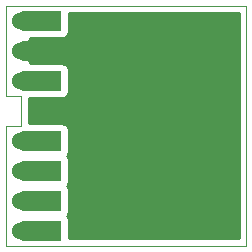
<source format=gbr>
%TF.GenerationSoftware,KiCad,Pcbnew,(5.1.9)-1*%
%TF.CreationDate,2021-06-01T15:36:46+02:00*%
%TF.ProjectId,18_Mesure_Courant,31385f4d-6573-4757-9265-5f436f757261,rev?*%
%TF.SameCoordinates,Original*%
%TF.FileFunction,Copper,L2,Bot*%
%TF.FilePolarity,Positive*%
%FSLAX46Y46*%
G04 Gerber Fmt 4.6, Leading zero omitted, Abs format (unit mm)*
G04 Created by KiCad (PCBNEW (5.1.9)-1) date 2021-06-01 15:36:46*
%MOMM*%
%LPD*%
G01*
G04 APERTURE LIST*
%TA.AperFunction,Profile*%
%ADD10C,0.050000*%
%TD*%
%TA.AperFunction,ComponentPad*%
%ADD11C,1.524000*%
%TD*%
%TA.AperFunction,ComponentPad*%
%ADD12C,0.100000*%
%TD*%
%TA.AperFunction,ViaPad*%
%ADD13C,1.000000*%
%TD*%
%TA.AperFunction,Conductor*%
%ADD14C,0.400000*%
%TD*%
%TA.AperFunction,Conductor*%
%ADD15C,0.254000*%
%TD*%
%TA.AperFunction,Conductor*%
%ADD16C,0.100000*%
%TD*%
G04 APERTURE END LIST*
D10*
X101600000Y-69850000D02*
X100330000Y-69850000D01*
X101600000Y-72390000D02*
X101600000Y-69850000D01*
X100330000Y-72390000D02*
X101600000Y-72390000D01*
X100330000Y-82550000D02*
X120650000Y-82550000D01*
X100330000Y-62230000D02*
X101600000Y-62230000D01*
X100330000Y-64770000D02*
X100330000Y-62230000D01*
X100330000Y-69850000D02*
X100330000Y-67310000D01*
X120650000Y-62230000D02*
X120650000Y-82550000D01*
X101600000Y-62230000D02*
X120650000Y-62230000D01*
X100330000Y-80010000D02*
X100330000Y-82550000D01*
X100330000Y-64770000D02*
X100330000Y-67310000D01*
X100330000Y-80010000D02*
X100330000Y-72390000D01*
D11*
%TO.P,J2,1*%
%TO.N,GND*%
X101600000Y-66040000D03*
%TA.AperFunction,ComponentPad*%
D12*
G36*
X101928132Y-66889917D02*
G01*
X101845251Y-66884703D01*
X101763275Y-66871425D01*
X101682986Y-66850212D01*
X101605149Y-66821265D01*
X101530509Y-66784861D01*
X101459778Y-66741346D01*
X101393631Y-66691138D01*
X101332698Y-66634714D01*
X101277563Y-66572613D01*
X101228750Y-66505429D01*
X101186727Y-66433802D01*
X101151894Y-66358416D01*
X101124583Y-66279990D01*
X101105056Y-66199274D01*
X101093498Y-66117038D01*
X101090021Y-66034066D01*
X101094656Y-65951151D01*
X101107361Y-65869084D01*
X101128013Y-65788648D01*
X101156416Y-65710612D01*
X101192299Y-65635719D01*
X101235318Y-65564686D01*
X101285064Y-65498190D01*
X101341061Y-65436865D01*
X101402775Y-65381297D01*
X101469617Y-65332017D01*
X101540949Y-65289495D01*
X101616090Y-65254136D01*
X101694323Y-65226278D01*
X101774901Y-65206188D01*
X101857055Y-65194057D01*
X101940000Y-65190000D01*
X104990000Y-65190000D01*
X104990000Y-66890000D01*
X101940000Y-66890000D01*
X101928132Y-66889917D01*
G37*
%TD.AperFunction*%
%TD*%
D11*
%TO.P,J3,1*%
%TO.N,5V*%
X101600000Y-68580000D03*
%TA.AperFunction,ComponentPad*%
D12*
G36*
X101928132Y-69429917D02*
G01*
X101845251Y-69424703D01*
X101763275Y-69411425D01*
X101682986Y-69390212D01*
X101605149Y-69361265D01*
X101530509Y-69324861D01*
X101459778Y-69281346D01*
X101393631Y-69231138D01*
X101332698Y-69174714D01*
X101277563Y-69112613D01*
X101228750Y-69045429D01*
X101186727Y-68973802D01*
X101151894Y-68898416D01*
X101124583Y-68819990D01*
X101105056Y-68739274D01*
X101093498Y-68657038D01*
X101090021Y-68574066D01*
X101094656Y-68491151D01*
X101107361Y-68409084D01*
X101128013Y-68328648D01*
X101156416Y-68250612D01*
X101192299Y-68175719D01*
X101235318Y-68104686D01*
X101285064Y-68038190D01*
X101341061Y-67976865D01*
X101402775Y-67921297D01*
X101469617Y-67872017D01*
X101540949Y-67829495D01*
X101616090Y-67794136D01*
X101694323Y-67766278D01*
X101774901Y-67746188D01*
X101857055Y-67734057D01*
X101940000Y-67730000D01*
X104990000Y-67730000D01*
X104990000Y-69430000D01*
X101940000Y-69430000D01*
X101928132Y-69429917D01*
G37*
%TD.AperFunction*%
%TD*%
D11*
%TO.P,J1,1*%
%TO.N,I_mes*%
X101600000Y-63500000D03*
%TA.AperFunction,ComponentPad*%
D12*
G36*
X101928132Y-64349917D02*
G01*
X101845251Y-64344703D01*
X101763275Y-64331425D01*
X101682986Y-64310212D01*
X101605149Y-64281265D01*
X101530509Y-64244861D01*
X101459778Y-64201346D01*
X101393631Y-64151138D01*
X101332698Y-64094714D01*
X101277563Y-64032613D01*
X101228750Y-63965429D01*
X101186727Y-63893802D01*
X101151894Y-63818416D01*
X101124583Y-63739990D01*
X101105056Y-63659274D01*
X101093498Y-63577038D01*
X101090021Y-63494066D01*
X101094656Y-63411151D01*
X101107361Y-63329084D01*
X101128013Y-63248648D01*
X101156416Y-63170612D01*
X101192299Y-63095719D01*
X101235318Y-63024686D01*
X101285064Y-62958190D01*
X101341061Y-62896865D01*
X101402775Y-62841297D01*
X101469617Y-62792017D01*
X101540949Y-62749495D01*
X101616090Y-62714136D01*
X101694323Y-62686278D01*
X101774901Y-62666188D01*
X101857055Y-62654057D01*
X101940000Y-62650000D01*
X104990000Y-62650000D01*
X104990000Y-64350000D01*
X101940000Y-64350000D01*
X101928132Y-64349917D01*
G37*
%TD.AperFunction*%
%TD*%
D11*
%TO.P,J6,1*%
%TO.N,P_OUT*%
X101600000Y-78740000D03*
%TA.AperFunction,ComponentPad*%
D12*
G36*
X101928132Y-79589917D02*
G01*
X101845251Y-79584703D01*
X101763275Y-79571425D01*
X101682986Y-79550212D01*
X101605149Y-79521265D01*
X101530509Y-79484861D01*
X101459778Y-79441346D01*
X101393631Y-79391138D01*
X101332698Y-79334714D01*
X101277563Y-79272613D01*
X101228750Y-79205429D01*
X101186727Y-79133802D01*
X101151894Y-79058416D01*
X101124583Y-78979990D01*
X101105056Y-78899274D01*
X101093498Y-78817038D01*
X101090021Y-78734066D01*
X101094656Y-78651151D01*
X101107361Y-78569084D01*
X101128013Y-78488648D01*
X101156416Y-78410612D01*
X101192299Y-78335719D01*
X101235318Y-78264686D01*
X101285064Y-78198190D01*
X101341061Y-78136865D01*
X101402775Y-78081297D01*
X101469617Y-78032017D01*
X101540949Y-77989495D01*
X101616090Y-77954136D01*
X101694323Y-77926278D01*
X101774901Y-77906188D01*
X101857055Y-77894057D01*
X101940000Y-77890000D01*
X104990000Y-77890000D01*
X104990000Y-79590000D01*
X101940000Y-79590000D01*
X101928132Y-79589917D01*
G37*
%TD.AperFunction*%
%TD*%
D11*
%TO.P,J7,1*%
%TO.N,P_OUT*%
X101600000Y-81280000D03*
%TA.AperFunction,ComponentPad*%
D12*
G36*
X101928132Y-82129917D02*
G01*
X101845251Y-82124703D01*
X101763275Y-82111425D01*
X101682986Y-82090212D01*
X101605149Y-82061265D01*
X101530509Y-82024861D01*
X101459778Y-81981346D01*
X101393631Y-81931138D01*
X101332698Y-81874714D01*
X101277563Y-81812613D01*
X101228750Y-81745429D01*
X101186727Y-81673802D01*
X101151894Y-81598416D01*
X101124583Y-81519990D01*
X101105056Y-81439274D01*
X101093498Y-81357038D01*
X101090021Y-81274066D01*
X101094656Y-81191151D01*
X101107361Y-81109084D01*
X101128013Y-81028648D01*
X101156416Y-80950612D01*
X101192299Y-80875719D01*
X101235318Y-80804686D01*
X101285064Y-80738190D01*
X101341061Y-80676865D01*
X101402775Y-80621297D01*
X101469617Y-80572017D01*
X101540949Y-80529495D01*
X101616090Y-80494136D01*
X101694323Y-80466278D01*
X101774901Y-80446188D01*
X101857055Y-80434057D01*
X101940000Y-80430000D01*
X104990000Y-80430000D01*
X104990000Y-82130000D01*
X101940000Y-82130000D01*
X101928132Y-82129917D01*
G37*
%TD.AperFunction*%
%TD*%
D11*
%TO.P,J4,1*%
%TO.N,P_IN*%
X101600000Y-73660000D03*
%TA.AperFunction,ComponentPad*%
D12*
G36*
X101928132Y-74509917D02*
G01*
X101845251Y-74504703D01*
X101763275Y-74491425D01*
X101682986Y-74470212D01*
X101605149Y-74441265D01*
X101530509Y-74404861D01*
X101459778Y-74361346D01*
X101393631Y-74311138D01*
X101332698Y-74254714D01*
X101277563Y-74192613D01*
X101228750Y-74125429D01*
X101186727Y-74053802D01*
X101151894Y-73978416D01*
X101124583Y-73899990D01*
X101105056Y-73819274D01*
X101093498Y-73737038D01*
X101090021Y-73654066D01*
X101094656Y-73571151D01*
X101107361Y-73489084D01*
X101128013Y-73408648D01*
X101156416Y-73330612D01*
X101192299Y-73255719D01*
X101235318Y-73184686D01*
X101285064Y-73118190D01*
X101341061Y-73056865D01*
X101402775Y-73001297D01*
X101469617Y-72952017D01*
X101540949Y-72909495D01*
X101616090Y-72874136D01*
X101694323Y-72846278D01*
X101774901Y-72826188D01*
X101857055Y-72814057D01*
X101940000Y-72810000D01*
X104990000Y-72810000D01*
X104990000Y-74510000D01*
X101940000Y-74510000D01*
X101928132Y-74509917D01*
G37*
%TD.AperFunction*%
%TD*%
D11*
%TO.P,J5,1*%
%TO.N,P_IN*%
X101600000Y-76200000D03*
%TA.AperFunction,ComponentPad*%
D12*
G36*
X101928132Y-77049917D02*
G01*
X101845251Y-77044703D01*
X101763275Y-77031425D01*
X101682986Y-77010212D01*
X101605149Y-76981265D01*
X101530509Y-76944861D01*
X101459778Y-76901346D01*
X101393631Y-76851138D01*
X101332698Y-76794714D01*
X101277563Y-76732613D01*
X101228750Y-76665429D01*
X101186727Y-76593802D01*
X101151894Y-76518416D01*
X101124583Y-76439990D01*
X101105056Y-76359274D01*
X101093498Y-76277038D01*
X101090021Y-76194066D01*
X101094656Y-76111151D01*
X101107361Y-76029084D01*
X101128013Y-75948648D01*
X101156416Y-75870612D01*
X101192299Y-75795719D01*
X101235318Y-75724686D01*
X101285064Y-75658190D01*
X101341061Y-75596865D01*
X101402775Y-75541297D01*
X101469617Y-75492017D01*
X101540949Y-75449495D01*
X101616090Y-75414136D01*
X101694323Y-75386278D01*
X101774901Y-75366188D01*
X101857055Y-75354057D01*
X101940000Y-75350000D01*
X104990000Y-75350000D01*
X104990000Y-77050000D01*
X101940000Y-77050000D01*
X101928132Y-77049917D01*
G37*
%TD.AperFunction*%
%TD*%
D13*
%TO.N,GND*%
X114540000Y-81240000D03*
X119240000Y-75040000D03*
X109440000Y-73640000D03*
X108140000Y-70940000D03*
X106640000Y-64740000D03*
X108640000Y-64740000D03*
X110640000Y-64740000D03*
X112640000Y-64740000D03*
X114140000Y-66240000D03*
X115140000Y-67740000D03*
X115140000Y-69740000D03*
X115140000Y-71740000D03*
X115140000Y-73740000D03*
X115140000Y-63740000D03*
X117140000Y-63740000D03*
X119140000Y-63740000D03*
X106640000Y-69740000D03*
X117140000Y-65740000D03*
X117640000Y-67740000D03*
X117640000Y-69740000D03*
X117640000Y-71740000D03*
X117640000Y-73740000D03*
X113140000Y-81240000D03*
X111640000Y-81240000D03*
X116140000Y-81240000D03*
X117640000Y-81240000D03*
X119140000Y-81240000D03*
X119140000Y-79740000D03*
X119140000Y-78240000D03*
X119140000Y-76740000D03*
X119140000Y-72740000D03*
X119140000Y-70740000D03*
X119140000Y-68740000D03*
X119140000Y-66240000D03*
X116140000Y-78240000D03*
X117640000Y-78240000D03*
X106640000Y-67240000D03*
X108640000Y-67240000D03*
X110640000Y-67240000D03*
X112640000Y-67240000D03*
%TD*%
D14*
%TO.N,GND*%
X109440000Y-73640000D02*
X109440000Y-66340000D01*
X109440000Y-66340000D02*
X109140000Y-66040000D01*
X108140000Y-70940000D02*
X108140000Y-66040000D01*
X108140000Y-66040000D02*
X104140000Y-66040000D01*
X109140000Y-66040000D02*
X108140000Y-66040000D01*
X114540000Y-81240000D02*
X112140000Y-81240000D01*
X112140000Y-81240000D02*
X110240000Y-79340000D01*
X110240000Y-74440000D02*
X109440000Y-73640000D01*
X110240000Y-79340000D02*
X110240000Y-74440000D01*
X119240000Y-75040000D02*
X119240000Y-78540000D01*
X116540000Y-81240000D02*
X114540000Y-81240000D01*
X119240000Y-78540000D02*
X116540000Y-81240000D01*
X115140000Y-63740000D02*
X119140000Y-63740000D01*
X119140000Y-74940000D02*
X119240000Y-75040000D01*
X119140000Y-63740000D02*
X119140000Y-74940000D01*
X117140000Y-63740000D02*
X117140000Y-65740000D01*
X117640000Y-67740000D02*
X117640000Y-73740000D01*
X118140000Y-71740000D02*
X119140000Y-72740000D01*
X117640000Y-71740000D02*
X118140000Y-71740000D01*
X115140000Y-73740000D02*
X115140000Y-67740000D01*
X115140000Y-67240000D02*
X115140000Y-67740000D01*
X112640000Y-64740000D02*
X115140000Y-67240000D01*
X106640000Y-64740000D02*
X112640000Y-64740000D01*
X113640000Y-66240000D02*
X112640000Y-67240000D01*
X114140000Y-66240000D02*
X113640000Y-66240000D01*
X108640000Y-67240000D02*
X109640000Y-67240000D01*
X109640000Y-67240000D02*
X112640000Y-67240000D01*
X106640000Y-67240000D02*
X109640000Y-67240000D01*
X106940000Y-69740000D02*
X108140000Y-70940000D01*
X106640000Y-69740000D02*
X106940000Y-69740000D01*
X116140000Y-78240000D02*
X119140000Y-78240000D01*
X119140000Y-81240000D02*
X119140000Y-78240000D01*
X116140000Y-81240000D02*
X119140000Y-81240000D01*
%TD*%
D15*
%TO.N,GND*%
X119990001Y-81890000D02*
X105628072Y-81890000D01*
X105628072Y-80430000D01*
X105615812Y-80305518D01*
X105579502Y-80185820D01*
X105520537Y-80075506D01*
X105466778Y-80010000D01*
X105520537Y-79944494D01*
X105579502Y-79834180D01*
X105615812Y-79714482D01*
X105628072Y-79590000D01*
X105628072Y-77890000D01*
X105615812Y-77765518D01*
X105579502Y-77645820D01*
X105520537Y-77535506D01*
X105466778Y-77470000D01*
X105520537Y-77404494D01*
X105579502Y-77294180D01*
X105615812Y-77174482D01*
X105628072Y-77050000D01*
X105628072Y-75350000D01*
X105615812Y-75225518D01*
X105579502Y-75105820D01*
X105520537Y-74995506D01*
X105466778Y-74930000D01*
X105520537Y-74864494D01*
X105579502Y-74754180D01*
X105615812Y-74634482D01*
X105628072Y-74510000D01*
X105628072Y-72810000D01*
X105615812Y-72685518D01*
X105579502Y-72565820D01*
X105520537Y-72455506D01*
X105441185Y-72358815D01*
X105344494Y-72279463D01*
X105234180Y-72220498D01*
X105114482Y-72184188D01*
X104990000Y-72171928D01*
X102260000Y-72171928D01*
X102260000Y-70068072D01*
X104990000Y-70068072D01*
X105114482Y-70055812D01*
X105234180Y-70019502D01*
X105344494Y-69960537D01*
X105441185Y-69881185D01*
X105520537Y-69784494D01*
X105579502Y-69674180D01*
X105615812Y-69554482D01*
X105628072Y-69430000D01*
X105628072Y-67730000D01*
X105615812Y-67605518D01*
X105579502Y-67485820D01*
X105520537Y-67375506D01*
X105441185Y-67278815D01*
X105344494Y-67199463D01*
X105234180Y-67140498D01*
X105114482Y-67104188D01*
X104990000Y-67091928D01*
X102361867Y-67091928D01*
X102385960Y-67005565D01*
X101600000Y-66219605D01*
X101585858Y-66233748D01*
X101406253Y-66054143D01*
X101420395Y-66040000D01*
X101779605Y-66040000D01*
X102565565Y-66825960D01*
X102805656Y-66758980D01*
X102922756Y-66509952D01*
X102989023Y-66242865D01*
X103001910Y-65967983D01*
X102960922Y-65695867D01*
X102867636Y-65436977D01*
X102805656Y-65321020D01*
X102565565Y-65254040D01*
X101779605Y-66040000D01*
X101420395Y-66040000D01*
X101406253Y-66025858D01*
X101585858Y-65846253D01*
X101600000Y-65860395D01*
X102385960Y-65074435D01*
X102361867Y-64988072D01*
X104990000Y-64988072D01*
X105114482Y-64975812D01*
X105234180Y-64939502D01*
X105344494Y-64880537D01*
X105441185Y-64801185D01*
X105520537Y-64704494D01*
X105579502Y-64594180D01*
X105615812Y-64474482D01*
X105628072Y-64350000D01*
X105628072Y-62890000D01*
X119990000Y-62890000D01*
X119990001Y-81890000D01*
%TA.AperFunction,Conductor*%
D16*
G36*
X119990001Y-81890000D02*
G01*
X105628072Y-81890000D01*
X105628072Y-80430000D01*
X105615812Y-80305518D01*
X105579502Y-80185820D01*
X105520537Y-80075506D01*
X105466778Y-80010000D01*
X105520537Y-79944494D01*
X105579502Y-79834180D01*
X105615812Y-79714482D01*
X105628072Y-79590000D01*
X105628072Y-77890000D01*
X105615812Y-77765518D01*
X105579502Y-77645820D01*
X105520537Y-77535506D01*
X105466778Y-77470000D01*
X105520537Y-77404494D01*
X105579502Y-77294180D01*
X105615812Y-77174482D01*
X105628072Y-77050000D01*
X105628072Y-75350000D01*
X105615812Y-75225518D01*
X105579502Y-75105820D01*
X105520537Y-74995506D01*
X105466778Y-74930000D01*
X105520537Y-74864494D01*
X105579502Y-74754180D01*
X105615812Y-74634482D01*
X105628072Y-74510000D01*
X105628072Y-72810000D01*
X105615812Y-72685518D01*
X105579502Y-72565820D01*
X105520537Y-72455506D01*
X105441185Y-72358815D01*
X105344494Y-72279463D01*
X105234180Y-72220498D01*
X105114482Y-72184188D01*
X104990000Y-72171928D01*
X102260000Y-72171928D01*
X102260000Y-70068072D01*
X104990000Y-70068072D01*
X105114482Y-70055812D01*
X105234180Y-70019502D01*
X105344494Y-69960537D01*
X105441185Y-69881185D01*
X105520537Y-69784494D01*
X105579502Y-69674180D01*
X105615812Y-69554482D01*
X105628072Y-69430000D01*
X105628072Y-67730000D01*
X105615812Y-67605518D01*
X105579502Y-67485820D01*
X105520537Y-67375506D01*
X105441185Y-67278815D01*
X105344494Y-67199463D01*
X105234180Y-67140498D01*
X105114482Y-67104188D01*
X104990000Y-67091928D01*
X102361867Y-67091928D01*
X102385960Y-67005565D01*
X101600000Y-66219605D01*
X101585858Y-66233748D01*
X101406253Y-66054143D01*
X101420395Y-66040000D01*
X101779605Y-66040000D01*
X102565565Y-66825960D01*
X102805656Y-66758980D01*
X102922756Y-66509952D01*
X102989023Y-66242865D01*
X103001910Y-65967983D01*
X102960922Y-65695867D01*
X102867636Y-65436977D01*
X102805656Y-65321020D01*
X102565565Y-65254040D01*
X101779605Y-66040000D01*
X101420395Y-66040000D01*
X101406253Y-66025858D01*
X101585858Y-65846253D01*
X101600000Y-65860395D01*
X102385960Y-65074435D01*
X102361867Y-64988072D01*
X104990000Y-64988072D01*
X105114482Y-64975812D01*
X105234180Y-64939502D01*
X105344494Y-64880537D01*
X105441185Y-64801185D01*
X105520537Y-64704494D01*
X105579502Y-64594180D01*
X105615812Y-64474482D01*
X105628072Y-64350000D01*
X105628072Y-62890000D01*
X119990000Y-62890000D01*
X119990001Y-81890000D01*
G37*
%TD.AperFunction*%
%TD*%
M02*

</source>
